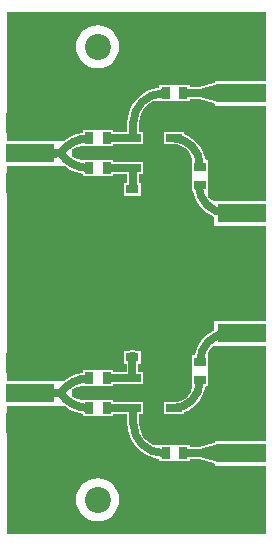
<source format=gtl>
G04*
G04 #@! TF.GenerationSoftware,Altium Limited,Altium Designer,24.4.1 (13)*
G04*
G04 Layer_Physical_Order=1*
G04 Layer_Color=255*
%FSLAX25Y25*%
%MOIN*%
G70*
G04*
G04 #@! TF.SameCoordinates,E101684F-62CE-472E-B8B6-B79B7EA84F3C*
G04*
G04*
G04 #@! TF.FilePolarity,Positive*
G04*
G01*
G75*
%ADD22C,0.02700*%
%ADD23R,0.05512X0.02992*%
%ADD24R,0.16000X0.07000*%
%ADD25R,0.16000X0.06000*%
%ADD26R,0.03150X0.04331*%
%ADD27R,0.04331X0.03150*%
%ADD28R,0.03150X0.04331*%
%ADD29R,0.04331X0.03150*%
%ADD30C,0.08661*%
%ADD31C,0.02400*%
G36*
X87512Y152200D02*
X70250D01*
Y151334D01*
X65259Y149988D01*
X62078D01*
Y150765D01*
X58172D01*
X57728Y150765D01*
X56172D01*
X55728Y150765D01*
X51822D01*
Y149879D01*
X51323Y149839D01*
X49494Y149400D01*
X47756Y148680D01*
X46152Y147698D01*
X44722Y146476D01*
X43500Y145046D01*
X42518Y143442D01*
X41798Y141704D01*
X41359Y139875D01*
X41212Y138010D01*
X41210Y138000D01*
Y135096D01*
X39842D01*
Y134988D01*
X36578D01*
Y135765D01*
X32672D01*
X32228Y135765D01*
X30672D01*
X30228Y135765D01*
X26322D01*
Y134817D01*
X24254Y134320D01*
X22264Y133496D01*
X20426Y132370D01*
X20150Y132134D01*
X18150Y132200D01*
Y132200D01*
X1071D01*
Y174929D01*
X87512D01*
Y152200D01*
D02*
G37*
G36*
X70250Y144666D02*
Y143800D01*
X87512D01*
Y112200D01*
X70250D01*
X70250Y112200D01*
X68542Y112906D01*
X68192Y113334D01*
X68171Y113372D01*
X68215Y115373D01*
X68215D01*
Y119278D01*
X68215Y119722D01*
Y121278D01*
X68215Y121722D01*
Y125628D01*
X67298D01*
X66898Y127295D01*
X66229Y128910D01*
X65315Y130401D01*
X64180Y131730D01*
X62851Y132865D01*
X61360Y133779D01*
X60058Y134318D01*
Y135096D01*
X53346D01*
Y130904D01*
X57709D01*
X59054Y130496D01*
X60298Y129831D01*
X61387Y128937D01*
X62281Y127848D01*
X62451Y127531D01*
X62685Y125628D01*
X62685Y125628D01*
Y121722D01*
X62685Y121278D01*
Y119722D01*
X62685Y119278D01*
Y115372D01*
X63195D01*
X63529Y113983D01*
X64222Y112311D01*
X65167Y110768D01*
X66342Y109392D01*
X67718Y108217D01*
X69261Y107272D01*
X70250Y106862D01*
Y103800D01*
X87512D01*
X87512Y72200D01*
X70250D01*
Y68931D01*
X69762Y68729D01*
X68218Y67783D01*
X66842Y66608D01*
X65667Y65232D01*
X64722Y63688D01*
X64029Y62017D01*
X63695Y60628D01*
X62685D01*
Y56722D01*
X62685Y56278D01*
Y54722D01*
X62685Y54278D01*
Y50372D01*
X62685D01*
X62451Y48469D01*
X62281Y48153D01*
X61387Y47063D01*
X60298Y46169D01*
X59054Y45504D01*
X57709Y45096D01*
X53346D01*
Y40904D01*
X60058D01*
Y41682D01*
X61360Y42221D01*
X62851Y43135D01*
X64180Y44270D01*
X65315Y45599D01*
X66229Y47090D01*
X66898Y48705D01*
X67298Y50372D01*
X68215D01*
Y54278D01*
X68215Y54722D01*
Y56278D01*
X68215Y56722D01*
Y60628D01*
X68215D01*
X68588Y62473D01*
X68692Y62666D01*
X68710Y62689D01*
X70250Y63800D01*
X87512D01*
Y32200D01*
X70250D01*
Y31334D01*
X65259Y29988D01*
X62078D01*
Y30765D01*
X58172D01*
X57728Y30765D01*
X56172D01*
X55728Y30765D01*
X51823D01*
X51822Y30765D01*
X49822Y30733D01*
X48732Y31316D01*
X47514Y32316D01*
X46514Y33534D01*
X45771Y34924D01*
X45314Y36432D01*
X45168Y37909D01*
X45186Y38000D01*
Y40904D01*
X46554D01*
Y45096D01*
X39842D01*
Y44988D01*
X36578D01*
Y45765D01*
X32672D01*
X32228Y45765D01*
X30672D01*
X30228Y45765D01*
X26322D01*
Y45765D01*
X24377Y45898D01*
X23061Y46602D01*
X22933Y46706D01*
Y49294D01*
X23061Y49398D01*
X24377Y50102D01*
X26322Y50235D01*
X26322Y50235D01*
X30228D01*
X30672Y50235D01*
X32228D01*
X32672Y50235D01*
X36578D01*
Y51012D01*
X39842D01*
Y50904D01*
X46554D01*
Y55096D01*
X44938D01*
Y57872D01*
X45715D01*
Y62222D01*
X44029D01*
X43808Y62370D01*
X42950Y62540D01*
Y62535D01*
X42189Y62384D01*
X41947Y62222D01*
X40185D01*
Y57872D01*
X40962D01*
Y55096D01*
X39842D01*
Y54988D01*
X36578D01*
Y55765D01*
X32672D01*
X32228Y55765D01*
X30672D01*
X30228Y55765D01*
X26322D01*
Y54817D01*
X24254Y54320D01*
X22264Y53496D01*
X20426Y52370D01*
X20150Y52134D01*
X18150Y52200D01*
Y52200D01*
X1071D01*
X1071Y123800D01*
X18150D01*
Y123800D01*
X20150Y123866D01*
X20426Y123630D01*
X22264Y122504D01*
X24254Y121680D01*
X26322Y121183D01*
Y120235D01*
X30228D01*
X30672Y120235D01*
X32228D01*
X32672Y120235D01*
X36578D01*
Y121012D01*
X39842D01*
Y120904D01*
X41210D01*
Y118128D01*
X40185D01*
Y113778D01*
X45715D01*
Y118128D01*
X45186D01*
Y120904D01*
X46554D01*
Y125096D01*
X39842D01*
Y124988D01*
X36578D01*
Y125765D01*
X32672D01*
X32228Y125765D01*
X30672D01*
X30228Y125765D01*
X26322D01*
Y125765D01*
X24377Y125898D01*
X23061Y126602D01*
X22933Y126706D01*
Y129294D01*
X23061Y129398D01*
X24377Y130102D01*
X26322Y130235D01*
X26322Y130235D01*
X30228D01*
X30672Y130235D01*
X32228D01*
X32672Y130235D01*
X36578D01*
Y131012D01*
X39842D01*
Y130904D01*
X46554D01*
Y135096D01*
X45186D01*
Y138000D01*
X45168Y138091D01*
X45314Y139568D01*
X45771Y141076D01*
X46514Y142466D01*
X47514Y143684D01*
X48732Y144684D01*
X49822Y145267D01*
X51823Y145235D01*
Y145235D01*
X55728D01*
X56172Y145235D01*
X57728D01*
X58172Y145235D01*
X62078D01*
Y146012D01*
X65259D01*
X70250Y144666D01*
D02*
G37*
G36*
X71462Y145012D02*
X65387Y146650D01*
Y149350D01*
X71462Y150988D01*
Y145012D01*
D02*
G37*
G36*
X18885Y129350D02*
Y126650D01*
X16938Y126540D01*
Y129461D01*
X18885Y129350D01*
D02*
G37*
G36*
X20426Y43630D02*
X22264Y42504D01*
X24254Y41680D01*
X26322Y41183D01*
Y40235D01*
X30228D01*
X30672Y40235D01*
X32228D01*
X32672Y40235D01*
X36578D01*
Y41012D01*
X39842D01*
Y40904D01*
X41210D01*
Y38000D01*
X41212Y37990D01*
X41359Y36125D01*
X41798Y34296D01*
X42518Y32558D01*
X43500Y30954D01*
X44722Y29524D01*
X46152Y28302D01*
X47756Y27319D01*
X49494Y26600D01*
X51323Y26161D01*
X51822Y26121D01*
Y25235D01*
X55728D01*
X56172Y25235D01*
X57728D01*
X58172Y25235D01*
X62078D01*
Y26012D01*
X65259D01*
X70250Y24666D01*
Y23800D01*
X87512D01*
Y1071D01*
X1071D01*
Y43800D01*
X18150D01*
Y43800D01*
X20150Y43866D01*
X20426Y43630D01*
D02*
G37*
G36*
X71462Y25012D02*
X65387Y26650D01*
Y29350D01*
X71462Y30988D01*
Y25012D01*
D02*
G37*
%LPC*%
G36*
X31291Y170690D02*
X29889Y170552D01*
X28540Y170143D01*
X27297Y169478D01*
X26207Y168584D01*
X25313Y167495D01*
X24648Y166252D01*
X24239Y164903D01*
X24101Y163500D01*
X24239Y162097D01*
X24648Y160749D01*
X25313Y159505D01*
X26207Y158416D01*
X27297Y157522D01*
X28540Y156857D01*
X29889Y156448D01*
X31291Y156310D01*
X32694Y156448D01*
X34043Y156857D01*
X35286Y157522D01*
X36375Y158416D01*
X37270Y159505D01*
X37934Y160749D01*
X38343Y162097D01*
X38482Y163500D01*
X38343Y164903D01*
X37934Y166252D01*
X37270Y167495D01*
X36375Y168584D01*
X35286Y169478D01*
X34043Y170143D01*
X32694Y170552D01*
X31291Y170690D01*
D02*
G37*
G36*
Y19690D02*
X29889Y19552D01*
X28540Y19143D01*
X27297Y18478D01*
X26207Y17584D01*
X25313Y16495D01*
X24648Y15252D01*
X24239Y13903D01*
X24101Y12500D01*
X24239Y11097D01*
X24648Y9748D01*
X25313Y8505D01*
X26207Y7416D01*
X27297Y6522D01*
X28540Y5857D01*
X29889Y5448D01*
X31291Y5310D01*
X32694Y5448D01*
X34043Y5857D01*
X35286Y6522D01*
X36375Y7416D01*
X37270Y8505D01*
X37934Y9748D01*
X38343Y11097D01*
X38482Y12500D01*
X38343Y13903D01*
X37934Y15252D01*
X37270Y16495D01*
X36375Y17584D01*
X35286Y18478D01*
X34043Y19143D01*
X32694Y19552D01*
X31291Y19690D01*
D02*
G37*
%LPD*%
D22*
X53198Y148000D02*
G03*
X43198Y138000I0J-10000D01*
G01*
X28497Y133000D02*
G03*
X18885Y128000I0J-11739D01*
G01*
X18885Y128000D02*
G03*
X28497Y123000I9612J6739D01*
G01*
Y53000D02*
G03*
X18885Y48000I0J-11739D01*
G01*
X18885Y48000D02*
G03*
X28497Y43000I9612J6739D01*
G01*
X43198Y38000D02*
G03*
X53198Y28000I10000J0D01*
G01*
X74997Y68000D02*
G03*
X65450Y58453I0J-9547D01*
G01*
X56302Y42991D02*
G03*
X65459Y52148I0J9156D01*
G01*
X42950Y53248D02*
G03*
X43198Y53000I248J0D01*
G01*
Y60299D02*
G03*
X42950Y60547I-248J0D01*
G01*
X65459Y123852D02*
G03*
X56302Y133009I-9156J0D01*
G01*
X64950Y117547D02*
G03*
X74497Y108000I9547J0D01*
G01*
X42950Y115953D02*
G03*
X43198Y116201I0J248D01*
G01*
X53198Y148000D02*
X53997D01*
X43198Y133000D02*
Y138000D01*
X8950Y128000D02*
X18885D01*
X8950Y128000D02*
X8950Y128000D01*
X18885Y48000D02*
X18885Y48000D01*
X18885Y48000D02*
X18885D01*
X8950D02*
X18885D01*
X59903Y148000D02*
X79450D01*
X59903D02*
X59947Y147956D01*
X43198Y38000D02*
Y43000D01*
X53198Y28000D02*
X53997D01*
X59903D02*
X79450D01*
X74997Y68000D02*
X79950D01*
X34403Y43000D02*
X43198D01*
X34403Y53000D02*
X42950D01*
Y60047D02*
Y60299D01*
Y60547D01*
Y53000D02*
X43198D01*
X42950Y53248D02*
Y60047D01*
X34403Y133000D02*
X43198D01*
X74497Y108000D02*
X79497D01*
X43198Y116201D02*
Y123000D01*
X34403D02*
X43198D01*
D23*
Y133000D02*
D03*
Y123000D02*
D03*
X56702D02*
D03*
Y128000D02*
D03*
Y133000D02*
D03*
X43198Y53000D02*
D03*
Y43000D02*
D03*
X56702D02*
D03*
Y48000D02*
D03*
Y53000D02*
D03*
D24*
X8950Y58000D02*
D03*
Y38000D02*
D03*
X79450Y58000D02*
D03*
Y78000D02*
D03*
Y98000D02*
D03*
Y118000D02*
D03*
Y138000D02*
D03*
Y158000D02*
D03*
X8950Y138000D02*
D03*
Y118000D02*
D03*
X79450Y18000D02*
D03*
Y38000D02*
D03*
D25*
X8950Y48000D02*
D03*
X79450Y68000D02*
D03*
Y108000D02*
D03*
Y148000D02*
D03*
X8950Y128000D02*
D03*
X79450Y28000D02*
D03*
D26*
X53997Y148000D02*
D03*
X59903D02*
D03*
X53997Y28000D02*
D03*
X59903D02*
D03*
D27*
X42950Y115953D02*
D03*
Y110047D02*
D03*
Y60047D02*
D03*
Y65953D02*
D03*
D28*
X28497Y123000D02*
D03*
X34403D02*
D03*
X28497Y133000D02*
D03*
X34403D02*
D03*
X28497Y53000D02*
D03*
X34403D02*
D03*
X28497Y43000D02*
D03*
X34403D02*
D03*
D29*
X65450Y58453D02*
D03*
Y52547D02*
D03*
Y117547D02*
D03*
Y123453D02*
D03*
D30*
X31291Y12500D02*
D03*
Y163500D02*
D03*
D31*
X2791Y3000D02*
D03*
X82791D02*
D03*
X85791Y8000D02*
D03*
X2791D02*
D03*
X7791Y3000D02*
D03*
X13291D02*
D03*
X17791D02*
D03*
X22791D02*
D03*
X27791D02*
D03*
X32791D02*
D03*
X37791D02*
D03*
X42791D02*
D03*
X47791D02*
D03*
X52791D02*
D03*
X57791D02*
D03*
X62791D02*
D03*
X67791D02*
D03*
X72791D02*
D03*
X77791D02*
D03*
X2791Y173000D02*
D03*
X85791D02*
D03*
Y168000D02*
D03*
X2791D02*
D03*
X25791Y48000D02*
D03*
X30791D02*
D03*
X35791D02*
D03*
X40791D02*
D03*
X45791D02*
D03*
X8950Y42200D02*
D03*
X13950D02*
D03*
X18950D02*
D03*
X23950Y40000D02*
D03*
X28950Y38500D02*
D03*
X33950D02*
D03*
X38950Y39500D02*
D03*
X39950Y34500D02*
D03*
X54450Y24000D02*
D03*
X59450D02*
D03*
X64450Y24500D02*
D03*
X69450Y23500D02*
D03*
X79450Y22200D02*
D03*
X49450Y25000D02*
D03*
X45450Y27000D02*
D03*
X41950Y30500D02*
D03*
X84450Y33800D02*
D03*
X79450D02*
D03*
X74450D02*
D03*
X69450Y32500D02*
D03*
X64450Y31500D02*
D03*
X59450Y32000D02*
D03*
X54450D02*
D03*
X3950Y42200D02*
D03*
X3950Y53800D02*
D03*
X38950Y56500D02*
D03*
X33950Y57500D02*
D03*
X28950D02*
D03*
X23950Y56000D02*
D03*
X18950Y53800D02*
D03*
X13950D02*
D03*
X8950D02*
D03*
X84450Y22200D02*
D03*
X74450D02*
D03*
Y62200D02*
D03*
X84450D02*
D03*
X74450Y73800D02*
D03*
X79450D02*
D03*
X84450D02*
D03*
X79450Y62200D02*
D03*
X49450Y33000D02*
D03*
X46950Y37000D02*
D03*
X47950Y42000D02*
D03*
X55950Y39491D02*
D03*
X60950Y40000D02*
D03*
X64950Y43000D02*
D03*
X67950Y47000D02*
D03*
X69950Y51500D02*
D03*
Y61500D02*
D03*
X60950Y56500D02*
D03*
Y61500D02*
D03*
X63450Y66000D02*
D03*
X66950Y69500D02*
D03*
X69450Y73800D02*
D03*
X37950Y61500D02*
D03*
X47950Y61453D02*
D03*
X47450Y56453D02*
D03*
X48450Y51453D02*
D03*
X50450Y46453D02*
D03*
X51950Y41953D02*
D03*
X42950Y69000D02*
D03*
X37950Y66500D02*
D03*
X47950D02*
D03*
X69950Y56500D02*
D03*
X60950Y51500D02*
D03*
X59450Y47500D02*
D03*
X55950Y46491D02*
D03*
X55950Y129509D02*
D03*
X59450Y128500D02*
D03*
X60950Y124500D02*
D03*
X69950Y119500D02*
D03*
X47950Y109500D02*
D03*
X37950D02*
D03*
X42950Y107000D02*
D03*
X51950Y134047D02*
D03*
X50450Y129547D02*
D03*
X48450Y124547D02*
D03*
X47450Y119547D02*
D03*
X47950Y114547D02*
D03*
X37950Y114500D02*
D03*
X69450Y102200D02*
D03*
X66950Y106500D02*
D03*
X63450Y110000D02*
D03*
X60950Y114500D02*
D03*
Y119500D02*
D03*
X69950Y114500D02*
D03*
Y124500D02*
D03*
X67950Y129000D02*
D03*
X64950Y133000D02*
D03*
X60950Y136000D02*
D03*
X55950Y136509D02*
D03*
X47950Y134000D02*
D03*
X46950Y139000D02*
D03*
X49450Y143000D02*
D03*
X79450Y113800D02*
D03*
X84450Y102200D02*
D03*
X79450D02*
D03*
X74450D02*
D03*
X84450Y113800D02*
D03*
X74450D02*
D03*
Y153800D02*
D03*
X84450D02*
D03*
X8950Y122200D02*
D03*
X13950D02*
D03*
X18950D02*
D03*
X23950Y120000D02*
D03*
X28950Y118500D02*
D03*
X33950D02*
D03*
X38950Y119500D02*
D03*
X3950Y122200D02*
D03*
X3950Y133800D02*
D03*
X54450Y144000D02*
D03*
X59450D02*
D03*
X64450Y144500D02*
D03*
X69450Y143500D02*
D03*
X74450Y142200D02*
D03*
X79450D02*
D03*
X84450D02*
D03*
X41950Y145500D02*
D03*
X45450Y149000D02*
D03*
X49450Y151000D02*
D03*
X79450Y153800D02*
D03*
X69450Y152500D02*
D03*
X64450Y151500D02*
D03*
X59450Y152000D02*
D03*
X54450D02*
D03*
X39950Y141500D02*
D03*
X38950Y136500D02*
D03*
X33950Y137500D02*
D03*
X28950D02*
D03*
X23950Y136000D02*
D03*
X18950Y133800D02*
D03*
X13950D02*
D03*
X8950D02*
D03*
X45791Y128000D02*
D03*
X40791D02*
D03*
X35791D02*
D03*
X30791D02*
D03*
X25791D02*
D03*
X5791Y88000D02*
D03*
X10791D02*
D03*
X15791D02*
D03*
X20791D02*
D03*
X25791D02*
D03*
X30791D02*
D03*
X35791D02*
D03*
X40791D02*
D03*
X45791D02*
D03*
X50791D02*
D03*
X55791D02*
D03*
X60791D02*
D03*
X65791D02*
D03*
X70791D02*
D03*
X75791D02*
D03*
X80791D02*
D03*
X85791Y13000D02*
D03*
Y18000D02*
D03*
Y38000D02*
D03*
Y43000D02*
D03*
Y48000D02*
D03*
Y53000D02*
D03*
Y58000D02*
D03*
Y78000D02*
D03*
Y83000D02*
D03*
X10791Y173000D02*
D03*
X15791D02*
D03*
X20791D02*
D03*
X25791D02*
D03*
X30791D02*
D03*
X35791D02*
D03*
X40791D02*
D03*
X45791D02*
D03*
X50791D02*
D03*
X55791D02*
D03*
X60791D02*
D03*
X65791D02*
D03*
X70791D02*
D03*
X75791D02*
D03*
X80791D02*
D03*
X85791Y163000D02*
D03*
Y158000D02*
D03*
Y138000D02*
D03*
Y133000D02*
D03*
Y128000D02*
D03*
Y123000D02*
D03*
Y118000D02*
D03*
Y98000D02*
D03*
Y93000D02*
D03*
Y88000D02*
D03*
X2791Y13000D02*
D03*
Y18000D02*
D03*
Y23000D02*
D03*
Y28000D02*
D03*
Y33000D02*
D03*
Y38000D02*
D03*
Y58000D02*
D03*
Y63000D02*
D03*
Y68000D02*
D03*
Y73000D02*
D03*
Y78000D02*
D03*
Y83000D02*
D03*
Y163000D02*
D03*
Y158000D02*
D03*
Y153000D02*
D03*
Y148000D02*
D03*
Y143000D02*
D03*
Y138000D02*
D03*
Y118000D02*
D03*
Y113000D02*
D03*
Y108000D02*
D03*
Y103000D02*
D03*
Y98000D02*
D03*
Y93000D02*
D03*
Y88000D02*
D03*
M02*

</source>
